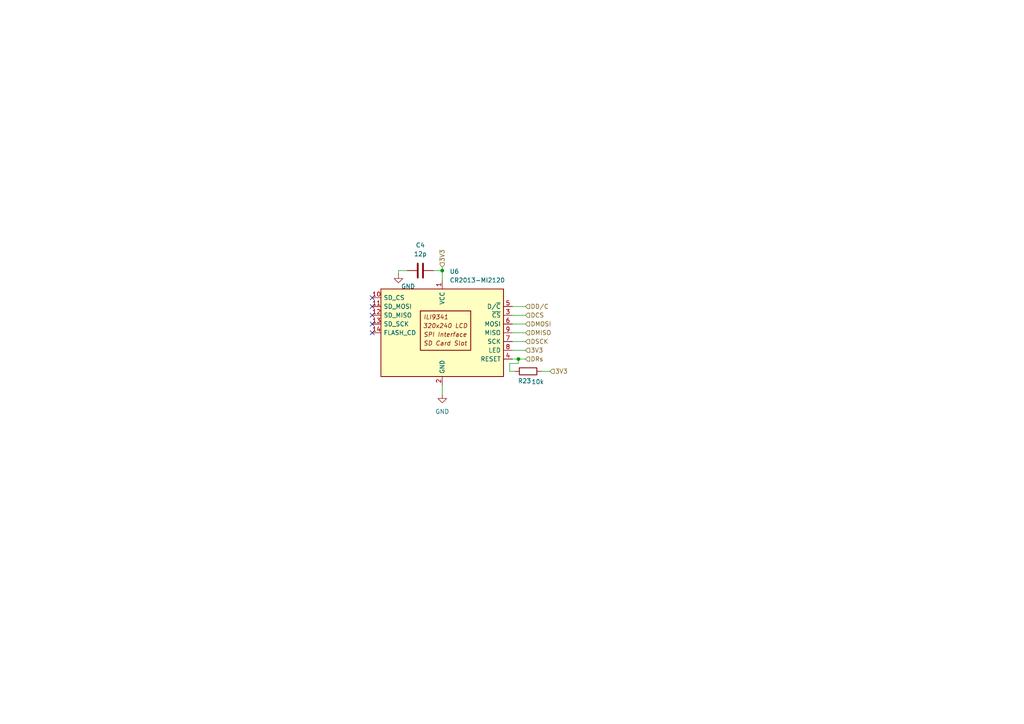
<source format=kicad_sch>
(kicad_sch (version 20250114) (generator "eeschema") (generator_version "9.0")
  (paper "A4")
  (lib_symbols
    (symbol "Device:C" (pin_numbers (hide yes)) (pin_names (offset 0.254))
      (property "Reference" "C" (at 0.635 2.54 0))
      (property "Value" "C" (at 0.635 -2.54 0))
      (symbol "C_0_1"
        (polyline (pts (xy -2.032 0.762) (xy 2.032 0.762)) (stroke (width 0.508)))
        (polyline (pts (xy -2.032 -0.762) (xy 2.032 -0.762)) (stroke (width 0.508)))
      )
      (symbol "C_1_1"
        (pin passive line (at 0 3.81 270) (length 2.794) (name "~") (number "1"))
        (pin passive line (at 0 -3.81 90) (length 2.794) (name "~") (number "2"))
      )
    )
    (symbol "Device:R" (pin_numbers (hide yes)) (pin_names (offset 0))
      (property "Reference" "R" (at 2.032 0 90))
      (property "Value" "R" (at 0 0 90))
      (symbol "R_0_1"
        (rectangle (start -1.016 -2.54) (end 1.016 2.54) (stroke (width 0.254)))
      )
      (symbol "R_1_1"
        (pin passive line (at 0 3.81 270) (length 1.27) (name "~") (number "1"))
        (pin passive line (at 0 -3.81 90) (length 1.27) (name "~") (number "2"))
      )
    )
    (symbol "Driver_Display:CR2013-MI2120" (pin_names (offset 0.762))
      (property "Reference" "U" (at -17.526 13.97 0))
      (property "Value" "CR2013-MI2120" (at 1.905 13.97 0))
      (symbol "CR2013-MI2120_0_0"
        (text "ILI9341" (at -5.461 4.572 0) (effects (font (size 1.27 1.27) (italic yes)) (justify left)))
        (text "SPI Interface" (at -5.461 -0.508 0) (effects (font (size 1.27 1.27) (italic yes)) (justify left)))
        (text "SD Card Slot" (at -5.461 -3.048 0) (effects (font (size 1.27 1.27) (italic yes)) (justify left)))
        (text "320x240 LCD" (at 0.889 2.032 0) (effects (font (size 1.27 1.27) (italic yes))))
      )
      (symbol "CR2013-MI2120_0_1"
        (rectangle (start -17.78 12.7) (end 17.78 -12.7) (stroke (width 0.254)) (fill (type background)))
        (rectangle (start -6.35 6.35) (end 8.255 -5.08) (stroke (width 0.254)))
      )
      (symbol "CR2013-MI2120_1_1"
        (pin input line (at -20.32 10.16 0) (length 2.54) (name "SD_CS") (number "10"))
        (pin input line (at -20.32 7.62 0) (length 2.54) (name "SD_MOSI") (number "11"))
        (pin output line (at -20.32 5.08 0) (length 2.54) (name "SD_MISO") (number "12"))
        (pin input line (at -20.32 2.54 0) (length 2.54) (name "SD_SCK") (number "13"))
        (pin input line (at -20.32 0 0) (length 2.54) (name "FLASH_CD") (number "14"))
        (pin power_in line (at 0 15.24 270) (length 2.54) (name "VCC") (number "1"))
        (pin power_in line (at 0 -15.24 90) (length 2.54) (name "GND") (number "2"))
        (pin input line (at 20.32 7.62 180) (length 2.54) (name "D/~{C}") (number "5"))
        (pin input line (at 20.32 5.08 180) (length 2.54) (name "~{CS}") (number "3"))
        (pin input line (at 20.32 2.54 180) (length 2.54) (name "MOSI") (number "6"))
        (pin output line (at 20.32 0 180) (length 2.54) (name "MISO") (number "9"))
        (pin input line (at 20.32 -2.54 180) (length 2.54) (name "SCK") (number "7"))
        (pin input line (at 20.32 -5.08 180) (length 2.54) (name "LED") (number "8"))
        (pin input line (at 20.32 -7.62 180) (length 2.54) (name "RESET") (number "4"))
      )
    )
    (symbol "power:GND" (power) (pin_numbers (hide yes)) (pin_names (offset 0) (hide yes))
      (property "Value" "GND" (at 0 -3.81 0))
      (symbol "GND_0_1"
        (polyline (pts (xy 0 0) (xy 0 -1.27) (xy 1.27 -1.27) (xy 0 -2.54) (xy -1.27 -1.27) (xy 0 -1.27)))
      )
      (symbol "GND_1_1"
        (pin power_in line (at 0 0 270) (length 0) (name "~") (number "1"))
      )
    )
  )
  (junction (at 150.368 104.14))
  (junction (at 128.27 78.486))
  (no_connect (at 107.95 93.98))
  (no_connect (at 107.95 96.52))
  (no_connect (at 107.95 86.36))
  (no_connect (at 107.95 91.44))
  (no_connect (at 107.95 88.9))
  (wire (pts (xy 150.368 104.14) (xy 152.4 104.14)))
  (wire (pts (xy 128.27 78.486) (xy 128.27 81.28)))
  (wire (pts (xy 148.59 91.44) (xy 152.4 91.44)))
  (wire (pts (xy 150.368 105.41) (xy 150.368 104.14)))
  (wire (pts (xy 115.57 79.502) (xy 115.57 78.486)))
  (wire (pts (xy 149.352 107.696) (xy 147.828 107.696)))
  (wire (pts (xy 115.57 78.486) (xy 118.11 78.486)))
  (wire (pts (xy 148.59 88.9) (xy 152.4 88.9)))
  (wire (pts (xy 148.59 96.52) (xy 152.4 96.52)))
  (wire (pts (xy 148.59 99.06) (xy 152.4 99.06)))
  (wire (pts (xy 147.828 107.696) (xy 147.828 105.41)))
  (wire (pts (xy 147.828 105.41) (xy 150.368 105.41)))
  (wire (pts (xy 125.73 78.486) (xy 128.27 78.486)))
  (wire (pts (xy 128.27 77.47) (xy 128.27 78.486)))
  (wire (pts (xy 148.59 101.6) (xy 152.4 101.6)))
  (wire (pts (xy 148.59 93.98) (xy 152.4 93.98)))
  (wire (pts (xy 128.27 111.76) (xy 128.27 114.3)))
  (wire (pts (xy 159.512 107.696) (xy 156.972 107.696)))
  (wire (pts (xy 148.59 104.14) (xy 150.368 104.14)))
  (hierarchical_label "DMOSI" (shape input) (at 152.4 93.98 0))
  (hierarchical_label "DMISO" (shape input) (at 152.4 96.52 0))
  (hierarchical_label "DSCK" (shape input) (at 152.4 99.06 0))
  (hierarchical_label "3V3" (shape input) (at 152.4 101.6 0))
  (hierarchical_label "DCS" (shape input) (at 152.4 91.44 0))
  (hierarchical_label "3V3" (shape input) (at 159.512 107.696 0))
  (hierarchical_label "DRs" (shape input) (at 152.4 104.14 0))
  (hierarchical_label "DD{slash}C" (shape input) (at 152.4 88.9 0))
  (hierarchical_label "3V3" (shape input) (at 128.27 77.47 90))
  (symbol (lib_id "Driver_Display:CR2013-MI2120") (at 128.27 96.52 0) (unit 1)
    (property "Reference" "U6" (at 130.4133 78.74 0) (effects (justify left)))
    (property "Value" "CR2013-MI2120" (at 130.4133 81.28 0) (effects (justify left)))
    (property "Footprint" "Display:CR2013-MI2120" (effects (hide yes)))
    (property "Datasheet" "http://pan.baidu.com/s/11Y990" (effects (hide yes)))
    (property "Description" "ILI9341 controller, SPI TFT LCD Display, 9-pin breakout PCB, 4-pin SD card interface, 5V/3.3V" (effects (hide yes)))
  )
  (symbol (lib_id "power:GND") (at 115.57 79.502 0) (unit 1)
    (property "Reference" "#PWR019" (effects (hide yes)))
    (property "Value" "GND" (at 118.364 83.058 0))
    (property "Description" "Power symbol creates a global label with name \"GND\" , ground" (effects (hide yes)))
  )
  (symbol (lib_id "Device:C") (at 121.92 78.486 90) (unit 1)
    (property "Reference" "C4" (at 121.92 71.12 90))
    (property "Value" "12p" (at 121.92 73.66 90))
    (property "Footprint" "Capacitor_SMD:C_0603_1608Metric" (effects (hide yes)))
    (property "Description" "Unpolarized capacitor" (effects (hide yes)))
  )
  (symbol (lib_id "Device:R") (at 153.162 107.696 90) (unit 1)
    (property "Reference" "R23" (at 152.146 110.49 90))
    (property "Value" "10k" (at 155.956 110.744 90))
    (property "Footprint" "Resistor_SMD:R_0603_1608Metric" (effects (hide yes)))
    (property "Description" "Resistor" (effects (hide yes)))
  )
  (symbol (lib_id "power:GND") (at 128.27 114.3 0) (unit 1)
    (property "Reference" "#PWR018" (effects (hide yes)))
    (property "Value" "GND" (at 128.27 119.38 0))
    (property "Description" "Power symbol creates a global label with name \"GND\" , ground" (effects (hide yes)))
  )
)
</source>
